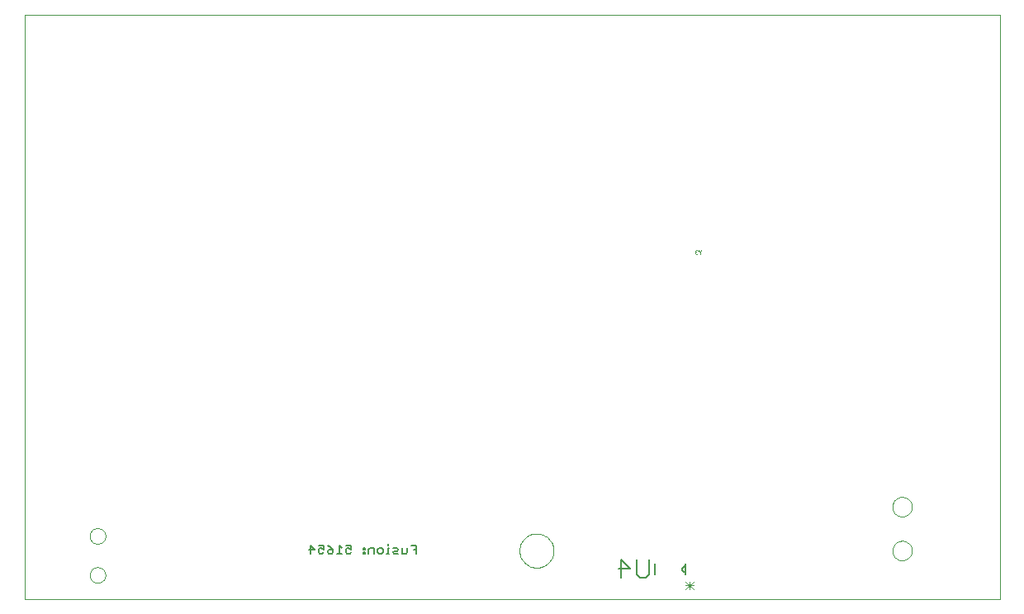
<source format=gbo>
G75*
G70*
%OFA0B0*%
%FSLAX24Y24*%
%IPPOS*%
%LPD*%
%AMOC8*
5,1,8,0,0,1.08239X$1,22.5*
%
%ADD10C,0.0000*%
%ADD11C,0.0070*%
%ADD12C,0.0060*%
%ADD13C,0.0030*%
%ADD14C,0.0080*%
%ADD15C,0.0010*%
D10*
X000189Y003356D02*
X000189Y026978D01*
X039559Y026978D01*
X039559Y003356D01*
X000189Y003356D01*
X002827Y004341D02*
X002829Y004376D01*
X002835Y004411D01*
X002845Y004445D01*
X002858Y004478D01*
X002875Y004509D01*
X002896Y004537D01*
X002919Y004564D01*
X002946Y004587D01*
X002974Y004608D01*
X003005Y004625D01*
X003038Y004638D01*
X003072Y004648D01*
X003107Y004654D01*
X003142Y004656D01*
X003177Y004654D01*
X003212Y004648D01*
X003246Y004638D01*
X003279Y004625D01*
X003310Y004608D01*
X003338Y004587D01*
X003365Y004564D01*
X003388Y004537D01*
X003409Y004509D01*
X003426Y004478D01*
X003439Y004445D01*
X003449Y004411D01*
X003455Y004376D01*
X003457Y004341D01*
X003455Y004306D01*
X003449Y004271D01*
X003439Y004237D01*
X003426Y004204D01*
X003409Y004173D01*
X003388Y004145D01*
X003365Y004118D01*
X003338Y004095D01*
X003310Y004074D01*
X003279Y004057D01*
X003246Y004044D01*
X003212Y004034D01*
X003177Y004028D01*
X003142Y004026D01*
X003107Y004028D01*
X003072Y004034D01*
X003038Y004044D01*
X003005Y004057D01*
X002974Y004074D01*
X002946Y004095D01*
X002919Y004118D01*
X002896Y004145D01*
X002875Y004173D01*
X002858Y004204D01*
X002845Y004237D01*
X002835Y004271D01*
X002829Y004306D01*
X002827Y004341D01*
X002827Y005915D02*
X002829Y005950D01*
X002835Y005985D01*
X002845Y006019D01*
X002858Y006052D01*
X002875Y006083D01*
X002896Y006111D01*
X002919Y006138D01*
X002946Y006161D01*
X002974Y006182D01*
X003005Y006199D01*
X003038Y006212D01*
X003072Y006222D01*
X003107Y006228D01*
X003142Y006230D01*
X003177Y006228D01*
X003212Y006222D01*
X003246Y006212D01*
X003279Y006199D01*
X003310Y006182D01*
X003338Y006161D01*
X003365Y006138D01*
X003388Y006111D01*
X003409Y006083D01*
X003426Y006052D01*
X003439Y006019D01*
X003449Y005985D01*
X003455Y005950D01*
X003457Y005915D01*
X003455Y005880D01*
X003449Y005845D01*
X003439Y005811D01*
X003426Y005778D01*
X003409Y005747D01*
X003388Y005719D01*
X003365Y005692D01*
X003338Y005669D01*
X003310Y005648D01*
X003279Y005631D01*
X003246Y005618D01*
X003212Y005608D01*
X003177Y005602D01*
X003142Y005600D01*
X003107Y005602D01*
X003072Y005608D01*
X003038Y005618D01*
X003005Y005631D01*
X002974Y005648D01*
X002946Y005669D01*
X002919Y005692D01*
X002896Y005719D01*
X002875Y005747D01*
X002858Y005778D01*
X002845Y005811D01*
X002835Y005845D01*
X002829Y005880D01*
X002827Y005915D01*
X020170Y005325D02*
X020172Y005377D01*
X020178Y005429D01*
X020188Y005480D01*
X020201Y005530D01*
X020219Y005580D01*
X020240Y005627D01*
X020264Y005673D01*
X020293Y005717D01*
X020324Y005759D01*
X020358Y005798D01*
X020395Y005835D01*
X020435Y005868D01*
X020478Y005899D01*
X020522Y005926D01*
X020568Y005950D01*
X020617Y005970D01*
X020666Y005986D01*
X020717Y005999D01*
X020768Y006008D01*
X020820Y006013D01*
X020872Y006014D01*
X020924Y006011D01*
X020976Y006004D01*
X021027Y005993D01*
X021077Y005979D01*
X021126Y005960D01*
X021173Y005938D01*
X021218Y005913D01*
X021262Y005884D01*
X021303Y005852D01*
X021342Y005817D01*
X021377Y005779D01*
X021410Y005738D01*
X021440Y005696D01*
X021466Y005651D01*
X021489Y005604D01*
X021508Y005555D01*
X021524Y005505D01*
X021536Y005455D01*
X021544Y005403D01*
X021548Y005351D01*
X021548Y005299D01*
X021544Y005247D01*
X021536Y005195D01*
X021524Y005145D01*
X021508Y005095D01*
X021489Y005046D01*
X021466Y004999D01*
X021440Y004954D01*
X021410Y004912D01*
X021377Y004871D01*
X021342Y004833D01*
X021303Y004798D01*
X021262Y004766D01*
X021218Y004737D01*
X021173Y004712D01*
X021126Y004690D01*
X021077Y004671D01*
X021027Y004657D01*
X020976Y004646D01*
X020924Y004639D01*
X020872Y004636D01*
X020820Y004637D01*
X020768Y004642D01*
X020717Y004651D01*
X020666Y004664D01*
X020617Y004680D01*
X020568Y004700D01*
X020522Y004724D01*
X020478Y004751D01*
X020435Y004782D01*
X020395Y004815D01*
X020358Y004852D01*
X020324Y004891D01*
X020293Y004933D01*
X020264Y004977D01*
X020240Y005023D01*
X020219Y005070D01*
X020201Y005120D01*
X020188Y005170D01*
X020178Y005221D01*
X020172Y005273D01*
X020170Y005325D01*
X035228Y005325D02*
X035230Y005364D01*
X035236Y005403D01*
X035246Y005441D01*
X035259Y005478D01*
X035276Y005513D01*
X035296Y005547D01*
X035320Y005578D01*
X035347Y005607D01*
X035376Y005633D01*
X035408Y005656D01*
X035442Y005676D01*
X035478Y005692D01*
X035515Y005704D01*
X035554Y005713D01*
X035593Y005718D01*
X035632Y005719D01*
X035671Y005716D01*
X035710Y005709D01*
X035747Y005698D01*
X035784Y005684D01*
X035819Y005666D01*
X035852Y005645D01*
X035883Y005620D01*
X035911Y005593D01*
X035936Y005563D01*
X035958Y005530D01*
X035977Y005496D01*
X035992Y005460D01*
X036004Y005422D01*
X036012Y005384D01*
X036016Y005345D01*
X036016Y005305D01*
X036012Y005266D01*
X036004Y005228D01*
X035992Y005190D01*
X035977Y005154D01*
X035958Y005120D01*
X035936Y005087D01*
X035911Y005057D01*
X035883Y005030D01*
X035852Y005005D01*
X035819Y004984D01*
X035784Y004966D01*
X035747Y004952D01*
X035710Y004941D01*
X035671Y004934D01*
X035632Y004931D01*
X035593Y004932D01*
X035554Y004937D01*
X035515Y004946D01*
X035478Y004958D01*
X035442Y004974D01*
X035408Y004994D01*
X035376Y005017D01*
X035347Y005043D01*
X035320Y005072D01*
X035296Y005103D01*
X035276Y005137D01*
X035259Y005172D01*
X035246Y005209D01*
X035236Y005247D01*
X035230Y005286D01*
X035228Y005325D01*
X035228Y007096D02*
X035230Y007135D01*
X035236Y007174D01*
X035246Y007212D01*
X035259Y007249D01*
X035276Y007284D01*
X035296Y007318D01*
X035320Y007349D01*
X035347Y007378D01*
X035376Y007404D01*
X035408Y007427D01*
X035442Y007447D01*
X035478Y007463D01*
X035515Y007475D01*
X035554Y007484D01*
X035593Y007489D01*
X035632Y007490D01*
X035671Y007487D01*
X035710Y007480D01*
X035747Y007469D01*
X035784Y007455D01*
X035819Y007437D01*
X035852Y007416D01*
X035883Y007391D01*
X035911Y007364D01*
X035936Y007334D01*
X035958Y007301D01*
X035977Y007267D01*
X035992Y007231D01*
X036004Y007193D01*
X036012Y007155D01*
X036016Y007116D01*
X036016Y007076D01*
X036012Y007037D01*
X036004Y006999D01*
X035992Y006961D01*
X035977Y006925D01*
X035958Y006891D01*
X035936Y006858D01*
X035911Y006828D01*
X035883Y006801D01*
X035852Y006776D01*
X035819Y006755D01*
X035784Y006737D01*
X035747Y006723D01*
X035710Y006712D01*
X035671Y006705D01*
X035632Y006702D01*
X035593Y006703D01*
X035554Y006708D01*
X035515Y006717D01*
X035478Y006729D01*
X035442Y006745D01*
X035408Y006765D01*
X035376Y006788D01*
X035347Y006814D01*
X035320Y006843D01*
X035296Y006874D01*
X035276Y006908D01*
X035259Y006943D01*
X035246Y006980D01*
X035236Y007018D01*
X035230Y007057D01*
X035228Y007096D01*
D11*
X016021Y005533D02*
X016021Y005202D01*
X016021Y005367D02*
X015910Y005367D01*
X016021Y005533D02*
X015800Y005533D01*
X015652Y005422D02*
X015652Y005257D01*
X015597Y005202D01*
X015432Y005202D01*
X015432Y005422D01*
X015284Y005367D02*
X015229Y005422D01*
X015064Y005422D01*
X015119Y005312D02*
X015064Y005257D01*
X015119Y005202D01*
X015284Y005202D01*
X015229Y005312D02*
X015284Y005367D01*
X015229Y005312D02*
X015119Y005312D01*
X014916Y005202D02*
X014805Y005202D01*
X014861Y005202D02*
X014861Y005422D01*
X014916Y005422D01*
X014861Y005533D02*
X014861Y005588D01*
X014670Y005367D02*
X014615Y005422D01*
X014505Y005422D01*
X014450Y005367D01*
X014450Y005257D01*
X014505Y005202D01*
X014615Y005202D01*
X014670Y005257D01*
X014670Y005367D01*
X014302Y005422D02*
X014302Y005202D01*
X014082Y005202D02*
X014082Y005367D01*
X014137Y005422D01*
X014302Y005422D01*
X013933Y005422D02*
X013933Y005367D01*
X013878Y005367D01*
X013878Y005422D01*
X013933Y005422D01*
X013933Y005257D02*
X013933Y005202D01*
X013878Y005202D01*
X013878Y005257D01*
X013933Y005257D01*
X013381Y005257D02*
X013326Y005202D01*
X013216Y005202D01*
X013161Y005257D01*
X013161Y005367D01*
X013216Y005422D01*
X013271Y005422D01*
X013381Y005367D01*
X013381Y005533D01*
X013161Y005533D01*
X013013Y005422D02*
X012903Y005533D01*
X012903Y005202D01*
X013013Y005202D02*
X012792Y005202D01*
X012644Y005257D02*
X012589Y005202D01*
X012479Y005202D01*
X012424Y005257D01*
X012424Y005312D01*
X012479Y005367D01*
X012644Y005367D01*
X012644Y005257D01*
X012644Y005367D02*
X012534Y005478D01*
X012424Y005533D01*
X012276Y005533D02*
X012276Y005367D01*
X012166Y005422D01*
X012111Y005422D01*
X012056Y005367D01*
X012056Y005257D01*
X012111Y005202D01*
X012221Y005202D01*
X012276Y005257D01*
X012276Y005533D02*
X012056Y005533D01*
X011908Y005367D02*
X011743Y005533D01*
X011743Y005202D01*
X011687Y005367D02*
X011908Y005367D01*
D12*
X025642Y004797D02*
X025642Y004357D01*
X026862Y004357D02*
X026862Y004457D01*
X026862Y004697D01*
X026862Y004797D01*
X026862Y004697D02*
X026841Y004695D01*
X026821Y004690D01*
X026802Y004681D01*
X026785Y004669D01*
X026770Y004654D01*
X026758Y004637D01*
X026749Y004618D01*
X026744Y004598D01*
X026742Y004577D01*
X026744Y004556D01*
X026749Y004536D01*
X026758Y004517D01*
X026770Y004500D01*
X026785Y004485D01*
X026802Y004473D01*
X026821Y004464D01*
X026841Y004459D01*
X026862Y004457D01*
D13*
X026886Y004075D02*
X027199Y003762D01*
X027043Y003762D02*
X027043Y004075D01*
X027199Y004075D02*
X026886Y003762D01*
X026886Y003919D02*
X027199Y003919D01*
D14*
X025407Y004362D02*
X025284Y004239D01*
X025037Y004239D01*
X024913Y004362D01*
X024913Y004979D01*
X024652Y004609D02*
X024282Y004979D01*
X024282Y004239D01*
X024158Y004609D02*
X024652Y004609D01*
X025407Y004362D02*
X025407Y004979D01*
D15*
X027290Y017313D02*
X027340Y017313D01*
X027365Y017339D01*
X027315Y017389D02*
X027290Y017389D01*
X027265Y017364D01*
X027265Y017339D01*
X027290Y017313D01*
X027290Y017389D02*
X027265Y017414D01*
X027265Y017439D01*
X027290Y017464D01*
X027340Y017464D01*
X027365Y017439D01*
X027412Y017439D02*
X027412Y017464D01*
X027412Y017439D02*
X027462Y017389D01*
X027462Y017313D01*
X027462Y017389D02*
X027512Y017439D01*
X027512Y017464D01*
M02*

</source>
